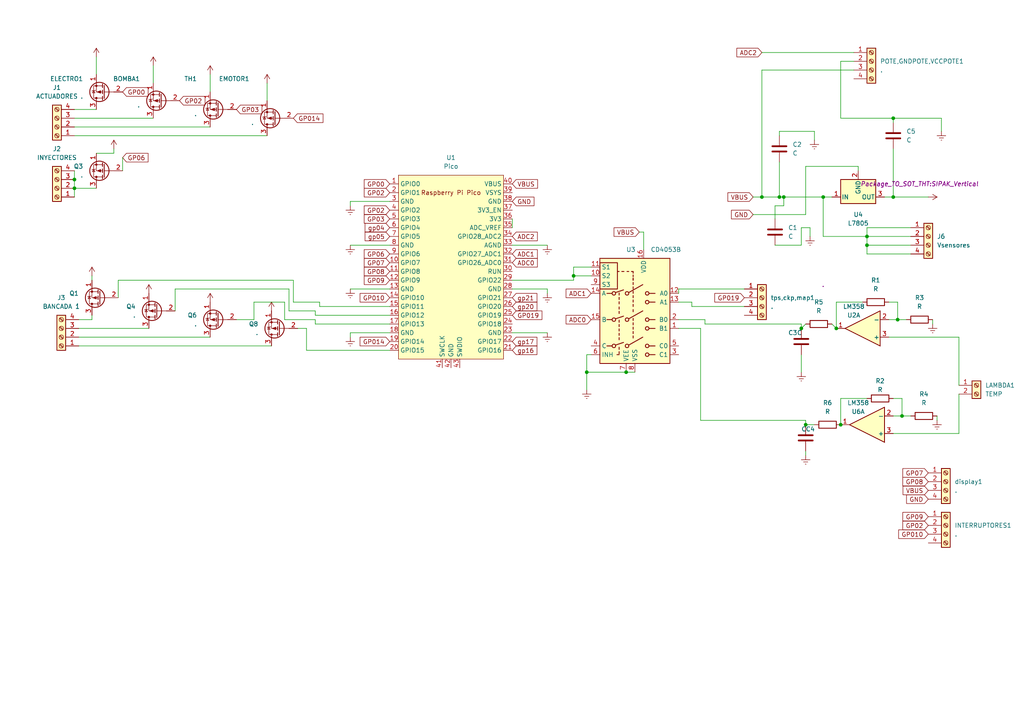
<source format=kicad_sch>
(kicad_sch (version 20211123) (generator eeschema)
  (paper "A4")
  (lib_symbols
    (symbol "Amplifier_Operational:LM358" (pin_names (offset 0.127))
      (property "Reference" "U" (at 0 5.08 0))
      (property "Value" "LM358" (at 0 -5.08 0))
      (symbol "LM358_1_1"
        (polyline (pts (xy -5.08 5.08) (xy 5.08 0) (xy -5.08 -5.08) (xy -5.08 5.08)) (stroke (width 0.254)) (fill (type background)))
        (pin output line (at 7.62 0 180) (length 2.54) (name "~") (number "1"))
        (pin input line (at -7.62 -2.54 0) (length 2.54) (name "-") (number "2"))
        (pin input line (at -7.62 2.54 0) (length 2.54) (name "+") (number "3"))
      )
      (symbol "LM358_2_1"
        (polyline (pts (xy -5.08 5.08) (xy 5.08 0) (xy -5.08 -5.08) (xy -5.08 5.08)) (stroke (width 0.254)) (fill (type background)))
        (pin input line (at -7.62 2.54 0) (length 2.54) (name "+") (number "5"))
        (pin input line (at -7.62 -2.54 0) (length 2.54) (name "-") (number "6"))
        (pin output line (at 7.62 0 180) (length 2.54) (name "~") (number "7"))
      )
      (symbol "LM358_3_1"
        (pin power_in line (at -2.54 -7.62 90) (length 3.81) (name "V-") (number "4"))
        (pin power_in line (at -2.54 7.62 270) (length 3.81) (name "V+") (number "8"))
      )
    )
    (symbol "Analog_Switch:CD4053B"
      (property "Reference" "U" (at -10.16 16.51 0))
      (property "Value" "CD4053B" (at 3.81 16.51 0))
      (symbol "CD4053B_0_1"
        (rectangle (start -10.16 6.35) (end -5.08 13.97) (stroke (width 0.254)))
        (rectangle (start -10.16 15.24) (end 10.16 -15.24) (stroke (width 0.254)) (fill (type background)))
        (circle (center -6.096 -10.16) (radius 0.508) (stroke (width 0.254)))
        (circle (center -6.096 -2.54) (radius 0.508) (stroke (width 0.254)))
        (circle (center -6.096 5.08) (radius 0.508) (stroke (width 0.254)))
        (circle (center -2.286 -10.16) (radius 0.508) (stroke (width 0.254)))
        (circle (center -2.286 -2.54) (radius 0.508) (stroke (width 0.254)))
        (circle (center -2.286 5.08) (radius 0.508) (stroke (width 0.254)))
        (polyline (pts (xy -8.128 -10.16) (xy -6.604 -10.16)) (stroke (width 0.254)))
        (polyline (pts (xy -8.128 -2.54) (xy -6.604 -2.54)) (stroke (width 0.254)))
        (polyline (pts (xy -8.128 5.08) (xy -6.604 5.08)) (stroke (width 0.254)))
        (polyline (pts (xy -5.588 -9.906) (xy -3.302 -9.144)) (stroke (width 0.254)))
        (polyline (pts (xy -5.588 -2.286) (xy -3.302 -1.524)) (stroke (width 0.254)))
        (polyline (pts (xy -5.588 5.334) (xy -3.302 6.096)) (stroke (width 0.254)))
        (polyline (pts (xy -4.572 -12.7) (xy -5.207 -12.7)) (stroke (width 0.254)))
        (polyline (pts (xy -4.572 -12.446) (xy -4.572 -11.811)) (stroke (width 0.254)))
        (polyline (pts (xy -4.572 -11.176) (xy -4.572 -10.541)) (stroke (width 0.254)))
        (polyline (pts (xy -4.572 -8.382) (xy -4.572 -7.747)) (stroke (width 0.254)))
        (polyline (pts (xy -4.572 -7.112) (xy -4.572 -6.477)) (stroke (width 0.254)))
        (polyline (pts (xy -4.572 -5.842) (xy -4.572 -5.207)) (stroke (width 0.254)))
        (polyline (pts (xy -4.572 -4.572) (xy -4.572 -3.937)) (stroke (width 0.254)))
        (polyline (pts (xy -4.572 -3.302) (xy -4.572 -2.667)) (stroke (width 0.254)))
        (polyline (pts (xy -4.572 -0.762) (xy -4.572 -0.127)) (stroke (width 0.254)))
        (polyline (pts (xy -4.572 0.508) (xy -4.572 1.143)) (stroke (width 0.254)))
        (polyline (pts (xy -4.572 2.032) (xy -4.572 2.667)) (stroke (width 0.254)))
        (polyline (pts (xy -4.572 3.302) (xy -4.572 3.937)) (stroke (width 0.254)))
        (polyline (pts (xy -4.572 4.572) (xy -4.572 5.207)) (stroke (width 0.254)))
        (polyline (pts (xy -4.572 11.43) (xy -5.08 11.43)) (stroke (width 0.254)))
        (polyline (pts (xy -3.81 11.43) (xy -3.175 11.43)) (stroke (width 0.254)))
        (polyline (pts (xy -1.778 -9.906) (xy 2.286 -7.62)) (stroke (width 0.254)))
        (polyline (pts (xy -1.778 -2.286) (xy 2.286 0)) (stroke (width 0.254)))
        (polyline (pts (xy -1.778 5.334) (xy 2.286 7.62)) (stroke (width 0.254)))
        (polyline (pts (xy -1.778 11.43) (xy -2.286 11.43)) (stroke (width 0.254)))
        (polyline (pts (xy -0.508 -7.874) (xy -0.508 -7.239)) (stroke (width 0.254)))
        (polyline (pts (xy -0.508 -6.604) (xy -0.508 -5.969)) (stroke (width 0.254)))
        (polyline (pts (xy -0.508 -5.334) (xy -0.508 -4.699)) (stroke (width 0.254)))
        (polyline (pts (xy -0.508 -4.064) (xy -0.508 -3.429)) (stroke (width 0.254)))
        (polyline (pts (xy -0.508 -2.794) (xy -0.508 -2.159)) (stroke (width 0.254)))
        (polyline (pts (xy -0.508 -0.254) (xy -0.508 0.381)) (stroke (width 0.254)))
        (polyline (pts (xy -0.508 1.27) (xy -0.508 1.905)) (stroke (width 0.254)))
        (polyline (pts (xy -0.508 2.54) (xy -0.508 3.175)) (stroke (width 0.254)))
        (polyline (pts (xy -0.508 3.81) (xy -0.508 4.445)) (stroke (width 0.254)))
        (polyline (pts (xy -0.508 5.08) (xy -0.508 5.715)) (stroke (width 0.254)))
        (polyline (pts (xy -0.508 6.35) (xy -0.508 6.985)) (stroke (width 0.254)))
        (polyline (pts (xy -0.508 7.62) (xy -0.508 8.255)) (stroke (width 0.254)))
        (polyline (pts (xy -0.508 8.89) (xy -0.508 9.398)) (stroke (width 0.254)))
        (polyline (pts (xy -0.508 8.89) (xy -0.508 9.525)) (stroke (width 0.254)))
        (polyline (pts (xy -0.508 9.906) (xy -0.508 10.414)) (stroke (width 0.254)))
        (polyline (pts (xy -0.508 10.922) (xy -0.508 11.43)) (stroke (width 0.254)))
        (polyline (pts (xy -0.508 11.43) (xy -1.016 11.43)) (stroke (width 0.254)))
        (polyline (pts (xy 4.064 -12.7) (xy 5.842 -12.7)) (stroke (width 0.254)))
        (polyline (pts (xy 4.064 -10.16) (xy 5.842 -10.16)) (stroke (width 0.254)))
        (polyline (pts (xy 4.064 -5.08) (xy 5.842 -5.08)) (stroke (width 0.254)))
        (polyline (pts (xy 4.064 -2.54) (xy 5.842 -2.54)) (stroke (width 0.254)))
        (polyline (pts (xy 4.064 2.54) (xy 5.842 2.54)) (stroke (width 0.254)))
        (polyline (pts (xy 4.064 5.08) (xy 5.842 5.08)) (stroke (width 0.254)))
        (circle (center 3.556 -12.7) (radius 0.508) (stroke (width 0.254)))
        (circle (center 3.556 -10.16) (radius 0.508) (stroke (width 0.254)))
        (circle (center 3.556 -5.08) (radius 0.508) (stroke (width 0.254)))
        (circle (center 3.556 -2.54) (radius 0.508) (stroke (width 0.254)))
        (circle (center 3.556 2.54) (radius 0.508) (stroke (width 0.254)))
        (circle (center 3.556 5.08) (radius 0.508) (stroke (width 0.254)))
      )
      (symbol "CD4053B_1_1"
        (pin bidirectional line (at 12.7 -5.08 180) (length 2.54) (name "B1") (number "1"))
        (pin input line (at -12.7 10.16 0) (length 2.54) (name "S2") (number "10"))
        (pin input line (at -12.7 12.7 0) (length 2.54) (name "S1") (number "11"))
        (pin bidirectional line (at 12.7 5.08 180) (length 2.54) (name "A0") (number "12"))
        (pin bidirectional line (at 12.7 2.54 180) (length 2.54) (name "A1") (number "13"))
        (pin bidirectional line (at -12.7 5.08 0) (length 2.54) (name "A") (number "14"))
        (pin bidirectional line (at -12.7 -2.54 0) (length 2.54) (name "B") (number "15"))
        (pin power_in line (at 2.54 17.78 270) (length 2.54) (name "VDD") (number "16"))
        (pin bidirectional line (at 12.7 -2.54 180) (length 2.54) (name "B0") (number "2"))
        (pin bidirectional line (at 12.7 -12.7 180) (length 2.54) (name "C1") (number "3"))
        (pin bidirectional line (at -12.7 -10.16 0) (length 2.54) (name "C") (number "4"))
        (pin bidirectional line (at 12.7 -10.16 180) (length 2.54) (name "C0") (number "5"))
        (pin input line (at -12.7 -12.7 0) (length 2.54) (name "INH") (number "6"))
        (pin power_in line (at -2.54 -17.78 90) (length 2.54) (name "VEE") (number "7"))
        (pin power_in line (at 0 -17.78 90) (length 2.54) (name "VSS") (number "8"))
        (pin input line (at -12.7 7.62 0) (length 2.54) (name "S3") (number "9"))
      )
    )
    (symbol "Connector:Screw_Terminal_01x02" (pin_names (offset 1.016) hide)
      (property "Reference" "J" (at 0 2.54 0))
      (property "Value" "Screw_Terminal_01x02" (at 0 -5.08 0))
      (symbol "Screw_Terminal_01x02_1_1"
        (rectangle (start -1.27 1.27) (end 1.27 -3.81) (stroke (width 0.254)) (fill (type background)))
        (circle (center 0 -2.54) (radius 0.635) (stroke (width 0.1524)))
        (polyline (pts (xy -0.5334 -2.2098) (xy 0.3302 -3.048)) (stroke (width 0.1524)))
        (polyline (pts (xy -0.5334 0.3302) (xy 0.3302 -0.508)) (stroke (width 0.1524)))
        (polyline (pts (xy -0.3556 -2.032) (xy 0.508 -2.8702)) (stroke (width 0.1524)))
        (polyline (pts (xy -0.3556 0.508) (xy 0.508 -0.3302)) (stroke (width 0.1524)))
        (circle (center 0 0) (radius 0.635) (stroke (width 0.1524)))
        (pin passive line (at -5.08 0 0) (length 3.81) (name "Pin_1") (number "1"))
        (pin passive line (at -5.08 -2.54 0) (length 3.81) (name "Pin_2") (number "2"))
      )
    )
    (symbol "Connector:Screw_Terminal_01x04" (pin_names (offset 1.016) hide)
      (property "Reference" "J" (at 0 5.08 0))
      (property "Value" "Screw_Terminal_01x04" (at 0 -7.62 0))
      (symbol "Screw_Terminal_01x04_1_1"
        (rectangle (start -1.27 3.81) (end 1.27 -6.35) (stroke (width 0.254)) (fill (type background)))
        (circle (center 0 -5.08) (radius 0.635) (stroke (width 0.1524)))
        (circle (center 0 -2.54) (radius 0.635) (stroke (width 0.1524)))
        (polyline (pts (xy -0.5334 -4.7498) (xy 0.3302 -5.588)) (stroke (width 0.1524)))
        (polyline (pts (xy -0.5334 -2.2098) (xy 0.3302 -3.048)) (stroke (width 0.1524)))
        (polyline (pts (xy -0.5334 0.3302) (xy 0.3302 -0.508)) (stroke (width 0.1524)))
        (polyline (pts (xy -0.5334 2.8702) (xy 0.3302 2.032)) (stroke (width 0.1524)))
        (polyline (pts (xy -0.3556 -4.572) (xy 0.508 -5.4102)) (stroke (width 0.1524)))
        (polyline (pts (xy -0.3556 -2.032) (xy 0.508 -2.8702)) (stroke (width 0.1524)))
        (polyline (pts (xy -0.3556 0.508) (xy 0.508 -0.3302)) (stroke (width 0.1524)))
        (polyline (pts (xy -0.3556 3.048) (xy 0.508 2.2098)) (stroke (width 0.1524)))
        (circle (center 0 0) (radius 0.635) (stroke (width 0.1524)))
        (circle (center 0 2.54) (radius 0.635) (stroke (width 0.1524)))
        (pin passive line (at -5.08 2.54 0) (length 3.81) (name "Pin_1") (number "1"))
        (pin passive line (at -5.08 0 0) (length 3.81) (name "Pin_2") (number "2"))
        (pin passive line (at -5.08 -2.54 0) (length 3.81) (name "Pin_3") (number "3"))
        (pin passive line (at -5.08 -5.08 0) (length 3.81) (name "Pin_4") (number "4"))
      )
    )
    (symbol "Device:C" (pin_numbers hide) (pin_names (offset 0.254))
      (property "Reference" "C" (at 0.635 2.54 0))
      (property "Value" "C" (at 0.635 -2.54 0))
      (symbol "C_0_1"
        (polyline (pts (xy -2.032 -0.762) (xy 2.032 -0.762)) (stroke (width 0.508)))
        (polyline (pts (xy -2.032 0.762) (xy 2.032 0.762)) (stroke (width 0.508)))
      )
      (symbol "C_1_1"
        (pin passive line (at 0 3.81 270) (length 2.794) (name "~") (number "1"))
        (pin passive line (at 0 -3.81 90) (length 2.794) (name "~") (number "2"))
      )
    )
    (symbol "Device:Q_PMOS_SGD" (pin_names (offset 0) hide)
      (property "Reference" "Q" (at 5.08 1.27 0))
      (property "Value" "Q_PMOS_SGD" (at 5.08 -1.27 0))
      (symbol "Q_PMOS_SGD_0_1"
        (polyline (pts (xy 0.254 0) (xy -2.54 0)))
        (polyline (pts (xy 0.254 1.905) (xy 0.254 -1.905)) (stroke (width 0.254)))
        (polyline (pts (xy 0.762 -1.27) (xy 0.762 -2.286)) (stroke (width 0.254)))
        (polyline (pts (xy 0.762 0.508) (xy 0.762 -0.508)) (stroke (width 0.254)))
        (polyline (pts (xy 0.762 2.286) (xy 0.762 1.27)) (stroke (width 0.254)))
        (polyline (pts (xy 2.54 2.54) (xy 2.54 1.778)))
        (polyline (pts (xy 2.54 -2.54) (xy 2.54 0) (xy 0.762 0)))
        (polyline (pts (xy 0.762 1.778) (xy 3.302 1.778) (xy 3.302 -1.778) (xy 0.762 -1.778)))
        (polyline (pts (xy 2.286 0) (xy 1.27 0.381) (xy 1.27 -0.381) (xy 2.286 0)) (fill (type outline)))
        (polyline (pts (xy 2.794 -0.508) (xy 2.921 -0.381) (xy 3.683 -0.381) (xy 3.81 -0.254)))
        (polyline (pts (xy 3.302 -0.381) (xy 2.921 0.254) (xy 3.683 0.254) (xy 3.302 -0.381)))
        (circle (center 1.651 0) (radius 2.794) (stroke (width 0.254)))
        (circle (center 2.54 -1.778) (radius 0.254) (fill (type outline)))
        (circle (center 2.54 1.778) (radius 0.254) (fill (type outline)))
      )
      (symbol "Q_PMOS_SGD_1_1"
        (pin passive line (at 2.54 -5.08 90) (length 2.54) (name "S") (number "1"))
        (pin input line (at -5.08 0 0) (length 2.54) (name "G") (number "2"))
        (pin passive line (at 2.54 5.08 270) (length 2.54) (name "D") (number "3"))
      )
    )
    (symbol "Device:R" (pin_numbers hide) (pin_names (offset 0))
      (property "Reference" "R" (at 2.032 0 90))
      (property "Value" "R" (at 0 0 90))
      (symbol "R_0_1"
        (rectangle (start -1.016 -2.54) (end 1.016 2.54) (stroke (width 0.254)))
      )
      (symbol "R_1_1"
        (pin passive line (at 0 3.81 270) (length 1.27) (name "~") (number "1"))
        (pin passive line (at 0 -3.81 90) (length 1.27) (name "~") (number "2"))
      )
    )
    (symbol "MCU_RaspberryPi_and_Boards:Pico"
      (property "Reference" "U" (at -13.97 27.94 0))
      (property "Value" "Pico" (at 0 19.05 0))
      (symbol "Pico_0_0"
        (text "Raspberry Pi Pico" (at 0 21.59 0) (effects (font (size 1.27 1.27))))
      )
      (symbol "Pico_0_1"
        (rectangle (start -15.24 26.67) (end 15.24 -26.67) (fill (type background)))
      )
      (symbol "Pico_1_1"
        (pin bidirectional line (at -17.78 24.13 0) (length 2.54) (name "GPIO0") (number "1"))
        (pin bidirectional line (at -17.78 1.27 0) (length 2.54) (name "GPIO7") (number "10"))
        (pin bidirectional line (at -17.78 -1.27 0) (length 2.54) (name "GPIO8") (number "11"))
        (pin bidirectional line (at -17.78 -3.81 0) (length 2.54) (name "GPIO9") (number "12"))
        (pin power_in line (at -17.78 -6.35 0) (length 2.54) (name "GND") (number "13"))
        (pin bidirectional line (at -17.78 -8.89 0) (length 2.54) (name "GPIO10") (number "14"))
        (pin bidirectional line (at -17.78 -11.43 0) (length 2.54) (name "GPIO11") (number "15"))
        (pin bidirectional line (at -17.78 -13.97 0) (length 2.54) (name "GPIO12") (number "16"))
        (pin bidirectional line (at -17.78 -16.51 0) (length 2.54) (name "GPIO13") (number "17"))
        (pin power_in line (at -17.78 -19.05 0) (length 2.54) (name "GND") (number "18"))
        (pin bidirectional line (at -17.78 -21.59 0) (length 2.54) (name "GPIO14") (number "19"))
        (pin bidirectional line (at -17.78 21.59 0) (length 2.54) (name "GPIO1") (number "2"))
        (pin bidirectional line (at -17.78 -24.13 0) (length 2.54) (name "GPIO15") (number "20"))
        (pin bidirectional line (at 17.78 -24.13 180) (length 2.54) (name "GPIO16") (number "21"))
        (pin bidirectional line (at 17.78 -21.59 180) (length 2.54) (name "GPIO17") (number "22"))
        (pin power_in line (at 17.78 -19.05 180) (length 2.54) (name "GND") (number "23"))
        (pin bidirectional line (at 17.78 -16.51 180) (length 2.54) (name "GPIO18") (number "24"))
        (pin bidirectional line (at 17.78 -13.97 180) (length 2.54) (name "GPIO19") (number "25"))
        (pin bidirectional line (at 17.78 -11.43 180) (length 2.54) (name "GPIO20") (number "26"))
        (pin bidirectional line (at 17.78 -8.89 180) (length 2.54) (name "GPIO21") (number "27"))
        (pin power_in line (at 17.78 -6.35 180) (length 2.54) (name "GND") (number "28"))
        (pin bidirectional line (at 17.78 -3.81 180) (length 2.54) (name "GPIO22") (number "29"))
        (pin power_in line (at -17.78 19.05 0) (length 2.54) (name "GND") (number "3"))
        (pin input line (at 17.78 -1.27 180) (length 2.54) (name "RUN") (number "30"))
        (pin bidirectional line (at 17.78 1.27 180) (length 2.54) (name "GPIO26_ADC0") (number "31"))
        (pin bidirectional line (at 17.78 3.81 180) (length 2.54) (name "GPIO27_ADC1") (number "32"))
        (pin power_in line (at 17.78 6.35 180) (length 2.54) (name "AGND") (number "33"))
        (pin bidirectional line (at 17.78 8.89 180) (length 2.54) (name "GPIO28_ADC2") (number "34"))
        (pin power_in line (at 17.78 11.43 180) (length 2.54) (name "ADC_VREF") (number "35"))
        (pin power_in line (at 17.78 13.97 180) (length 2.54) (name "3V3") (number "36"))
        (pin input line (at 17.78 16.51 180) (length 2.54) (name "3V3_EN") (number "37"))
        (pin bidirectional line (at 17.78 19.05 180) (length 2.54) (name "GND") (number "38"))
        (pin power_in line (at 17.78 21.59 180) (length 2.54) (name "VSYS") (number "39"))
        (pin bidirectional line (at -17.78 16.51 0) (length 2.54) (name "GPIO2") (number "4"))
        (pin power_in line (at 17.78 24.13 180) (length 2.54) (name "VBUS") (number "40"))
        (pin input line (at -2.54 -29.21 90) (length 2.54) (name "SWCLK") (number "41"))
        (pin power_in line (at 0 -29.21 90) (length 2.54) (name "GND") (number "42"))
        (pin bidirectional line (at 2.54 -29.21 90) (length 2.54) (name "SWDIO") (number "43"))
        (pin bidirectional line (at -17.78 13.97 0) (length 2.54) (name "GPIO3") (number "5"))
        (pin bidirectional line (at -17.78 11.43 0) (length 2.54) (name "GPIO4") (number "6"))
        (pin bidirectional line (at -17.78 8.89 0) (length 2.54) (name "GPIO5") (number "7"))
        (pin power_in line (at -17.78 6.35 0) (length 2.54) (name "GND") (number "8"))
        (pin bidirectional line (at -17.78 3.81 0) (length 2.54) (name "GPIO6") (number "9"))
      )
    )
    (symbol "Regulator_Linear:L7805" (pin_names (offset 0.254))
      (property "Reference" "U" (at -3.81 3.175 0))
      (property "Value" "L7805" (at 0 3.175 0))
      (symbol "L7805_0_1"
        (rectangle (start -5.08 1.905) (end 5.08 -5.08) (stroke (width 0.254)) (fill (type background)))
      )
      (symbol "L7805_1_1"
        (pin power_in line (at -7.62 0 0) (length 2.54) (name "IN") (number "1"))
        (pin power_in line (at 0 -7.62 90) (length 2.54) (name "GND") (number "2"))
        (pin power_out line (at 7.62 0 180) (length 2.54) (name "OUT") (number "3"))
      )
    )
    (symbol "power:+12V" (power) (pin_names (offset 0))
      (property "Value" "+12V" (at 0 3.556 0))
      (symbol "+12V_0_1"
        (polyline (pts (xy -0.762 1.27) (xy 0 2.54)))
        (polyline (pts (xy 0 0) (xy 0 2.54)))
        (polyline (pts (xy 0 2.54) (xy 0.762 1.27)))
      )
      (symbol "+12V_1_1"
        (pin power_in line (at 0 0 90) (length 0) hide (name "+12V") (number "1"))
      )
    )
    (symbol "power:Earth" (power) (pin_names (offset 0))
      (symbol "Earth_0_1"
        (polyline (pts (xy -0.635 -1.905) (xy 0.635 -1.905)))
        (polyline (pts (xy -0.127 -2.54) (xy 0.127 -2.54)))
        (polyline (pts (xy 0 -1.27) (xy 0 0)))
        (polyline (pts (xy 1.27 -1.27) (xy -1.27 -1.27)))
      )
      (symbol "Earth_1_1"
        (pin power_in line (at 0 0 270) (length 0) hide (name "Earth") (number "1"))
      )
    )
  )
  (junction (at 242.57 95.25))
  (junction (at 251.46 71.12))
  (junction (at 21.59 52.07))
  (junction (at 232.41 95.25))
  (junction (at 220.98 57.15))
  (junction (at 259.08 57.15))
  (junction (at 243.84 123.19))
  (junction (at 260.35 92.71))
  (junction (at 21.59 54.61))
  (junction (at 233.68 123.19))
  (junction (at 181.61 107.95))
  (junction (at 251.46 68.58))
  (junction (at 170.18 107.95))
  (junction (at 261.62 120.65))
  (junction (at 226.06 57.15))
  (junction (at 238.76 57.15))
  (junction (at 259.08 34.29))
  (junction (at 227.33 57.15))
  (junction (at 166.37 80.01))
  (wire (pts (xy 21.59 49.53) (xy 21.59 52.07)))
  (wire (pts (xy 251.46 68.58) (xy 238.76 68.58)))
  (wire (pts (xy 113.03 91.44) (xy 91.44 91.44)))
  (wire (pts (xy 259.08 115.57) (xy 261.62 115.57)))
  (wire (pts (xy 259.08 57.15) (xy 269.24 57.15)))
  (wire (pts (xy 101.6 83.82) (xy 113.03 83.82)))
  (wire (pts (xy 101.6 96.52) (xy 101.6 97.79)))
  (wire (pts (xy 148.59 71.12) (xy 158.75 71.12)))
  (wire (pts (xy 21.59 54.61) (xy 21.59 57.15)))
  (wire (pts (xy 33.02 43.18) (xy 33.02 44.45)))
  (wire (pts (xy 226.06 57.15) (xy 227.33 57.15)))
  (wire (pts (xy 226.06 39.37) (xy 226.06 38.1)))
  (wire (pts (xy 186.69 67.31) (xy 185.42 67.31)))
  (wire (pts (xy 260.35 92.71) (xy 262.89 92.71)))
  (wire (pts (xy 91.44 93.98) (xy 91.44 92.71)))
  (wire (pts (xy 148.59 63.5) (xy 148.59 66.04)))
  (wire (pts (xy 233.68 121.92) (xy 233.68 123.19)))
  (wire (pts (xy 148.59 81.28) (xy 166.37 81.28)))
  (wire (pts (xy 22.86 92.71) (xy 26.67 92.71)))
  (wire (pts (xy 113.03 58.42) (xy 101.6 58.42)))
  (wire (pts (xy 166.37 81.28) (xy 166.37 80.01)))
  (wire (pts (xy 35.56 45.72) (xy 35.56 49.53)))
  (wire (pts (xy 86.36 95.25) (xy 88.9 95.25)))
  (wire (pts (xy 260.35 87.63) (xy 260.35 92.71)))
  (wire (pts (xy 242.57 95.25) (xy 242.57 87.63)))
  (wire (pts (xy 220.98 57.15) (xy 226.06 57.15)))
  (wire (pts (xy 271.78 120.65) (xy 271.78 121.92)))
  (wire (pts (xy 68.58 92.71) (xy 73.66 92.71)))
  (wire (pts (xy 21.59 34.29) (xy 44.45 34.29)))
  (wire (pts (xy 227.33 57.15) (xy 238.76 57.15)))
  (wire (pts (xy 27.94 16.51) (xy 27.94 21.59)))
  (wire (pts (xy 22.86 97.79) (xy 60.96 97.79)))
  (wire (pts (xy 83.82 83.82) (xy 50.8 83.82)))
  (wire (pts (xy 257.81 92.71) (xy 260.35 92.71)))
  (wire (pts (xy 259.08 120.65) (xy 261.62 120.65)))
  (wire (pts (xy 204.47 92.71) (xy 196.85 92.71)))
  (wire (pts (xy 238.76 57.15) (xy 238.76 68.58)))
  (wire (pts (xy 34.29 81.28) (xy 34.29 86.36)))
  (wire (pts (xy 278.13 125.73) (xy 278.13 114.3)))
  (wire (pts (xy 261.62 120.65) (xy 264.16 120.65)))
  (wire (pts (xy 241.3 93.98) (xy 242.57 95.25)))
  (wire (pts (xy 92.71 88.9) (xy 92.71 87.63)))
  (wire (pts (xy 21.59 54.61) (xy 27.94 54.61)))
  (wire (pts (xy 50.8 83.82) (xy 50.8 90.17)))
  (wire (pts (xy 166.37 80.01) (xy 171.45 80.01)))
  (wire (pts (xy 26.67 80.01) (xy 26.67 81.28)))
  (wire (pts (xy 247.65 17.78) (xy 243.84 17.78)))
  (wire (pts (xy 232.41 95.25) (xy 233.68 93.98)))
  (wire (pts (xy 22.86 100.33) (xy 78.74 100.33)))
  (wire (pts (xy 158.75 85.09) (xy 158.75 83.82)))
  (wire (pts (xy 243.84 17.78) (xy 243.84 34.29)))
  (wire (pts (xy 170.18 102.87) (xy 170.18 107.95)))
  (wire (pts (xy 113.03 96.52) (xy 101.6 96.52)))
  (wire (pts (xy 85.09 81.28) (xy 34.29 81.28)))
  (wire (pts (xy 243.84 115.57) (xy 251.46 115.57)))
  (wire (pts (xy 171.45 102.87) (xy 170.18 102.87)))
  (wire (pts (xy 113.03 101.6) (xy 88.9 101.6)))
  (wire (pts (xy 256.54 57.15) (xy 259.08 57.15)))
  (wire (pts (xy 259.08 34.29) (xy 273.05 34.29)))
  (wire (pts (xy 273.05 34.29) (xy 273.05 38.1)))
  (wire (pts (xy 233.68 48.26) (xy 248.92 48.26)))
  (wire (pts (xy 85.09 87.63) (xy 92.71 87.63)))
  (wire (pts (xy 259.08 125.73) (xy 278.13 125.73)))
  (wire (pts (xy 226.06 46.99) (xy 226.06 57.15)))
  (wire (pts (xy 170.18 107.95) (xy 170.18 113.03)))
  (wire (pts (xy 73.66 92.71) (xy 73.66 87.63)))
  (wire (pts (xy 215.9 83.82) (xy 196.85 83.82)))
  (wire (pts (xy 261.62 115.57) (xy 261.62 120.65)))
  (wire (pts (xy 234.95 66.04) (xy 234.95 68.58)))
  (wire (pts (xy 257.81 97.79) (xy 278.13 97.79)))
  (wire (pts (xy 264.16 66.04) (xy 251.46 66.04)))
  (wire (pts (xy 259.08 43.18) (xy 259.08 57.15)))
  (wire (pts (xy 22.86 95.25) (xy 43.18 95.25)))
  (wire (pts (xy 251.46 71.12) (xy 251.46 68.58)))
  (wire (pts (xy 247.65 20.32) (xy 220.98 20.32)))
  (wire (pts (xy 148.59 96.52) (xy 158.75 96.52)))
  (wire (pts (xy 251.46 68.58) (xy 264.16 68.58)))
  (wire (pts (xy 113.03 88.9) (xy 92.71 88.9)))
  (wire (pts (xy 60.96 21.59) (xy 60.96 26.67)))
  (wire (pts (xy 196.85 87.63) (xy 200.66 87.63)))
  (wire (pts (xy 233.68 130.81) (xy 233.68 132.08)))
  (wire (pts (xy 204.47 93.98) (xy 232.41 93.98)))
  (wire (pts (xy 233.68 48.26) (xy 233.68 62.23)))
  (wire (pts (xy 26.67 92.71) (xy 26.67 91.44)))
  (wire (pts (xy 82.55 87.63) (xy 82.55 92.71)))
  (wire (pts (xy 236.22 38.1) (xy 236.22 40.64)))
  (wire (pts (xy 257.81 87.63) (xy 260.35 87.63)))
  (wire (pts (xy 251.46 73.66) (xy 251.46 71.12)))
  (wire (pts (xy 203.2 95.25) (xy 196.85 95.25)))
  (wire (pts (xy 220.98 15.24) (xy 247.65 15.24)))
  (wire (pts (xy 196.85 83.82) (xy 196.85 85.09)))
  (wire (pts (xy 264.16 73.66) (xy 251.46 73.66)))
  (wire (pts (xy 224.79 71.12) (xy 232.41 71.12)))
  (wire (pts (xy 224.79 59.69) (xy 227.33 59.69)))
  (wire (pts (xy 200.66 88.9) (xy 215.9 88.9)))
  (wire (pts (xy 113.03 93.98) (xy 91.44 93.98)))
  (wire (pts (xy 85.09 87.63) (xy 85.09 81.28)))
  (wire (pts (xy 21.59 36.83) (xy 60.96 36.83)))
  (wire (pts (xy 204.47 93.98) (xy 204.47 92.71)))
  (wire (pts (xy 44.45 19.05) (xy 44.45 24.13)))
  (wire (pts (xy 232.41 102.87) (xy 232.41 107.95)))
  (wire (pts (xy 73.66 87.63) (xy 82.55 87.63)))
  (wire (pts (xy 227.33 59.69) (xy 227.33 57.15)))
  (wire (pts (xy 226.06 38.1) (xy 236.22 38.1)))
  (wire (pts (xy 243.84 34.29) (xy 259.08 34.29)))
  (wire (pts (xy 200.66 87.63) (xy 200.66 88.9)))
  (wire (pts (xy 232.41 66.04) (xy 234.95 66.04)))
  (wire (pts (xy 243.84 123.19) (xy 243.84 115.57)))
  (wire (pts (xy 278.13 97.79) (xy 278.13 111.76)))
  (wire (pts (xy 166.37 80.01) (xy 166.37 77.47)))
  (wire (pts (xy 203.2 121.92) (xy 203.2 95.25)))
  (wire (pts (xy 242.57 87.63) (xy 250.19 87.63)))
  (wire (pts (xy 238.76 57.15) (xy 241.3 57.15)))
  (wire (pts (xy 33.02 44.45) (xy 27.94 44.45)))
  (wire (pts (xy 101.6 71.12) (xy 113.03 71.12)))
  (wire (pts (xy 21.59 39.37) (xy 77.47 39.37)))
  (wire (pts (xy 233.68 123.19) (xy 236.22 123.19)))
  (wire (pts (xy 270.51 92.71) (xy 270.51 93.98)))
  (wire (pts (xy 83.82 90.17) (xy 91.44 90.17)))
  (wire (pts (xy 232.41 71.12) (xy 232.41 66.04)))
  (wire (pts (xy 220.98 20.32) (xy 220.98 57.15)))
  (wire (pts (xy 166.37 77.47) (xy 171.45 77.47)))
  (wire (pts (xy 184.15 107.95) (xy 181.61 107.95)))
  (wire (pts (xy 218.44 57.15) (xy 220.98 57.15)))
  (wire (pts (xy 186.69 72.39) (xy 186.69 67.31)))
  (wire (pts (xy 148.59 83.82) (xy 158.75 83.82)))
  (wire (pts (xy 251.46 71.12) (xy 264.16 71.12)))
  (wire (pts (xy 101.6 58.42) (xy 101.6 59.69)))
  (wire (pts (xy 83.82 90.17) (xy 83.82 83.82)))
  (wire (pts (xy 232.41 93.98) (xy 232.41 95.25)))
  (wire (pts (xy 91.44 91.44) (xy 91.44 90.17)))
  (wire (pts (xy 224.79 59.69) (xy 224.79 63.5)))
  (wire (pts (xy 82.55 92.71) (xy 91.44 92.71)))
  (wire (pts (xy 21.59 52.07) (xy 21.59 54.61)))
  (wire (pts (xy 203.2 121.92) (xy 233.68 121.92)))
  (wire (pts (xy 77.47 24.13) (xy 77.47 29.21)))
  (wire (pts (xy 233.68 62.23) (xy 218.44 62.23)))
  (wire (pts (xy 181.61 107.95) (xy 170.18 107.95)))
  (wire (pts (xy 259.08 35.56) (xy 259.08 34.29)))
  (wire (pts (xy 248.92 48.26) (xy 248.92 49.53)))
  (wire (pts (xy 21.59 31.75) (xy 27.94 31.75)))
  (wire (pts (xy 251.46 66.04) (xy 251.46 68.58)))
  (wire (pts (xy 88.9 101.6) (xy 88.9 95.25)))
  (global_label "GP02" (shape input) (at 113.03 55.88 180) (property "Intersheet References" "${INTERSHEET_REFS}" (effects hide)))
  (global_label "gp21" (shape input) (at 148.59 86.36 0) (property "Intersheet References" "${INTERSHEET_REFS}" (effects hide)))
  (global_label "ADC2" (shape input) (at 148.59 68.58 0) (property "Intersheet References" "${INTERSHEET_REFS}" (effects hide)))
  (global_label "GP06" (shape input) (at 35.56 45.72 0) (property "Intersheet References" "${INTERSHEET_REFS}" (effects hide)))
  (global_label "GP010" (shape input) (at 269.24 154.94 180) (property "Intersheet References" "${INTERSHEET_REFS}" (effects hide)))
  (global_label "GP08" (shape input) (at 269.24 139.7 180) (property "Intersheet References" "${INTERSHEET_REFS}" (effects hide)))
  (global_label "gp16" (shape input) (at 148.59 101.6 0) (property "Intersheet References" "${INTERSHEET_REFS}" (effects hide)))
  (global_label "GP03" (shape input) (at 68.58 31.75 0) (property "Intersheet References" "${INTERSHEET_REFS}" (effects hide)))
  (global_label "GP010" (shape input) (at 113.03 86.36 180) (property "Intersheet References" "${INTERSHEET_REFS}" (effects hide)))
  (global_label "gp20" (shape input) (at 148.59 88.9 0) (property "Intersheet References" "${INTERSHEET_REFS}" (effects hide)))
  (global_label "GP019" (shape input) (at 148.59 91.44 0) (property "Intersheet References" "${INTERSHEET_REFS}" (effects hide)))
  (global_label "ADC2" (shape input) (at 220.98 15.24 180) (property "Intersheet References" "${INTERSHEET_REFS}" (effects hide)))
  (global_label "GP00" (shape input) (at 113.03 53.34 180) (property "Intersheet References" "${INTERSHEET_REFS}" (effects hide)))
  (global_label "gp17" (shape input) (at 148.59 99.06 0) (property "Intersheet References" "${INTERSHEET_REFS}" (effects hide)))
  (global_label "VBUS" (shape input) (at 148.59 53.34 0) (property "Intersheet References" "${INTERSHEET_REFS}" (effects hide)))
  (global_label "ADC0" (shape input) (at 148.59 76.2 0) (property "Intersheet References" "${INTERSHEET_REFS}" (effects hide)))
  (global_label "GP09" (shape input) (at 269.24 149.86 180) (property "Intersheet References" "${INTERSHEET_REFS}" (effects hide)))
  (global_label "GND" (shape input) (at 269.24 144.78 180) (property "Intersheet References" "${INTERSHEET_REFS}" (effects hide)))
  (global_label "GND" (shape input) (at 218.44 62.23 180) (property "Intersheet References" "${INTERSHEET_REFS}" (effects hide)))
  (global_label "GP02" (shape input) (at 113.03 60.96 180) (property "Intersheet References" "${INTERSHEET_REFS}" (effects hide)))
  (global_label "VBUS" (shape input) (at 185.42 67.31 180) (property "Intersheet References" "${INTERSHEET_REFS}" (effects hide)))
  (global_label "GP014" (shape input) (at 85.09 34.29 0) (property "Intersheet References" "${INTERSHEET_REFS}" (effects hide)))
  (global_label "ADC1" (shape input) (at 171.45 85.09 180) (property "Intersheet References" "${INTERSHEET_REFS}" (effects hide)))
  (global_label "gp05" (shape input) (at 113.03 68.58 180) (property "Intersheet References" "${INTERSHEET_REFS}" (effects hide)))
  (global_label "GP03" (shape input) (at 113.03 63.5 180) (property "Intersheet References" "${INTERSHEET_REFS}" (effects hide)))
  (global_label "VBUS" (shape input) (at 269.24 142.24 180) (property "Intersheet References" "${INTERSHEET_REFS}" (effects hide)))
  (global_label "GP07" (shape input) (at 269.24 137.16 180) (property "Intersheet References" "${INTERSHEET_REFS}" (effects hide)))
  (global_label "GP014" (shape input) (at 113.03 99.06 180) (property "Intersheet References" "${INTERSHEET_REFS}" (effects hide)))
  (global_label "GP00" (shape input) (at 35.56 26.67 0) (property "Intersheet References" "${INTERSHEET_REFS}" (effects hide)))
  (global_label "GP02" (shape input) (at 52.07 29.21 0) (property "Intersheet References" "${INTERSHEET_REFS}" (effects hide)))
  (global_label "GP019" (shape input) (at 215.9 86.36 180) (property "Intersheet References" "${INTERSHEET_REFS}" (effects hide)))
  (global_label "GP02" (shape input) (at 269.24 152.4 180) (property "Intersheet References" "${INTERSHEET_REFS}" (effects hide)))
  (global_label "GP07" (shape input) (at 113.03 76.2 180) (property "Intersheet References" "${INTERSHEET_REFS}" (effects hide)))
  (global_label "gp04" (shape input) (at 113.03 66.04 180) (property "Intersheet References" "${INTERSHEET_REFS}" (effects hide)))
  (global_label "VBUS" (shape input) (at 218.44 57.15 180) (property "Intersheet References" "${INTERSHEET_REFS}" (effects hide)))
  (global_label "ADC0" (shape input) (at 171.45 92.71 180) (property "Intersheet References" "${INTERSHEET_REFS}" (effects hide)))
  (global_label "GP09" (shape input) (at 113.03 81.28 180) (property "Intersheet References" "${INTERSHEET_REFS}" (effects hide)))
  (global_label "GP08" (shape input) (at 113.03 78.74 180) (property "Intersheet References" "${INTERSHEET_REFS}" (effects hide)))
  (global_label "ADC1" (shape input) (at 148.59 73.66 0) (property "Intersheet References" "${INTERSHEET_REFS}" (effects hide)))
  (global_label "GP06" (shape input) (at 113.03 73.66 180) (property "Intersheet References" "${INTERSHEET_REFS}" (effects hide)))
  (global_label "GND" (shape input) (at 148.59 58.42 0) (property "Intersheet References" "${INTERSHEET_REFS}" (effects hide)))
  (symbol (lib_id "Device:R") (at 240.03 123.19 270) (unit 1)
    (property "Reference" "R6" (at 240.03 116.84 90))
    (property "Value" "R" (at 240.03 119.38 90))
    (property "Footprint" "Resistor_SMD:R_0805_2012Metric_Pad1.20x1.40mm_HandSolder" (effects hide))
  )
  (symbol (lib_id "power:Earth") (at 101.6 83.82 0) (unit 1)
    (property "Reference" "#PWR022" (effects hide))
    (property "Value" "Earth" (effects hide))
  )
  (symbol (lib_id "power:+12V") (at 44.45 19.05 0) (unit 1)
    (property "Reference" "#PWR011" (effects hide))
    (property "Value" "+12V" (effects hide))
  )
  (symbol (lib_id "power:Earth") (at 158.75 71.12 0) (mirror y) (unit 1)
    (property "Reference" "#PWR024" (effects hide))
    (property "Value" "Earth" (effects hide))
  )
  (symbol (lib_id "Analog_Switch:CD4053B") (at 184.15 90.17 0) (unit 1)
    (property "Reference" "U3" (at 181.61 72.39 0) (effects (justify left)))
    (property "Value" "CD4053B" (at 188.7094 72.39 0) (effects (justify left)))
    (property "Footprint" "Package_DIP:DIP-16_W7.62mm_SMDSocket_SmallPads" (effects hide))
    (property "Datasheet" "http://www.ti.com/lit/ds/symlink/cd4052b.pdf" (effects hide))
  )
  (symbol (lib_id "Connector:Screw_Terminal_01x04") (at 220.98 86.36 0) (unit 1)
    (property "Reference" "tps,ckp,map1" (at 223.52 86.3599 0) (effects (justify left)))
    (property "Value" "." (at 223.52 88.8999 0) (effects (justify left)))
    (property "Footprint" "TerminalBlock:TerminalBlock_bornier-4_P5.08mm" (effects hide))
  )
  (symbol (lib_id "Amplifier_Operational:LM358") (at 250.19 95.25 180) (unit 1)
    (property "Reference" "U2" (at 247.65 91.44 0))
    (property "Value" "LM358" (at 247.65 88.9 0))
    (property "Footprint" "." (at 238.76 82.55 0))
    (property "Datasheet" "http://www.ti.com/lit/ds/symlink/lm2904-n.pdf" (effects hide))
  )
  (symbol (lib_id "Device:R") (at 267.97 120.65 270) (unit 1)
    (property "Reference" "R4" (at 267.97 114.3 90))
    (property "Value" "R" (at 267.97 116.84 90))
    (property "Footprint" "Resistor_SMD:R_0805_2012Metric_Pad1.20x1.40mm_HandSolder" (effects hide))
  )
  (symbol (lib_id "Device:Q_PMOS_SGD") (at 45.72 90.17 180) (unit 1)
    (property "Reference" "Q4" (at 39.37 88.8999 0) (effects (justify left)))
    (property "Value" "." (at 39.37 91.4399 0) (effects (justify left)))
    (property "Footprint" "Package_TO_SOT_SMD:ATPAK-2" (effects hide))
  )
  (symbol (lib_id "Regulator_Linear:L7805") (at 248.92 57.15 0) (mirror x) (unit 1)
    (property "Reference" "U4" (at 248.92 62.23 0))
    (property "Value" "L7805" (at 248.92 64.77 0))
    (property "Footprint" "Package_TO_SOT_THT:SIPAK_Vertical" (at 249.555 53.34 0) (effects (font italic) (justify left)))
    (property "Datasheet" "http://www.st.com/content/ccc/resource/technical/document/datasheet/41/4f/b3/b0/12/d4/47/88/CD00000444.pdf/files/CD00000444.pdf/jcr:content/translations/en.CD00000444.pdf" (effects hide))
  )
  (symbol (lib_id "Device:R") (at 254 87.63 90) (unit 1)
    (property "Reference" "R1" (at 254 81.28 90))
    (property "Value" "R" (at 254 83.82 90))
    (property "Footprint" "Resistor_SMD:R_0805_2012Metric_Pad1.20x1.40mm_HandSolder" (effects hide))
  )
  (symbol (lib_id "power:Earth") (at 270.51 93.98 0) (unit 1)
    (property "Reference" "#PWR0106" (effects hide))
    (property "Value" "Earth" (effects hide))
  )
  (symbol (lib_id "power:Earth") (at 271.78 121.92 0) (unit 1)
    (property "Reference" "#PWR027" (effects hide))
    (property "Value" "Earth" (effects hide))
  )
  (symbol (lib_id "power:Earth") (at 232.41 107.95 0) (unit 1)
    (property "Reference" "#PWR01" (effects hide))
    (property "Value" "Earth" (effects hide))
  )
  (symbol (lib_id "power:Earth") (at 234.95 68.58 0) (unit 1)
    (property "Reference" "#PWR02" (effects hide))
    (property "Value" "Earth" (effects hide))
  )
  (symbol (lib_id "Connector:Screw_Terminal_01x04") (at 269.24 68.58 0) (unit 1)
    (property "Reference" "J6" (at 271.78 68.5799 0) (effects (justify left)))
    (property "Value" "Vsensores" (at 271.78 71.1199 0) (effects (justify left)))
    (property "Footprint" "TerminalBlock:TerminalBlock_bornier-4_P5.08mm" (effects hide))
  )
  (symbol (lib_id "Connector:Screw_Terminal_01x04") (at 274.32 152.4 0) (unit 1)
    (property "Reference" "INTERRUPTORES1" (at 276.86 152.3999 0) (effects (justify left)))
    (property "Value" "." (at 276.86 154.9399 0) (effects (justify left)))
    (property "Footprint" "TerminalBlock:TerminalBlock_bornier-4_P5.08mm" (effects hide))
  )
  (symbol (lib_id "Device:Q_PMOS_SGD") (at 29.21 86.36 180) (unit 1)
    (property "Reference" "Q1" (at 22.86 85.0899 0) (effects (justify left)))
    (property "Value" "." (at 22.86 87.6299 0) (effects (justify left)))
    (property "Footprint" "Package_TO_SOT_SMD:ATPAK-2" (effects hide))
  )
  (symbol (lib_id "power:Earth") (at 158.75 96.52 0) (unit 1)
    (property "Reference" "#PWR026" (effects hide))
    (property "Value" "Earth" (effects hide))
  )
  (symbol (lib_id "power:+12V") (at 33.02 43.18 0) (unit 1)
    (property "Reference" "#PWR08" (effects hide))
    (property "Value" "+12V" (effects hide))
  )
  (symbol (lib_id "Device:R") (at 255.27 115.57 90) (unit 1)
    (property "Reference" "R2" (at 255.27 110.49 90))
    (property "Value" "R" (at 255.27 113.03 90))
    (property "Footprint" "Resistor_SMD:R_0805_2012Metric_Pad1.20x1.40mm_HandSolder" (effects hide))
  )
  (symbol (lib_id "power:Earth") (at 101.6 71.12 0) (unit 1)
    (property "Reference" "#PWR021" (effects hide))
    (property "Value" "Earth" (effects hide))
  )
  (symbol (lib_id "power:+12V") (at 78.74 90.17 0) (unit 1)
    (property "Reference" "#PWR016" (effects hide))
    (property "Value" "+12V" (effects hide))
  )
  (symbol (lib_id "power:+12V") (at 27.94 16.51 0) (unit 1)
    (property "Reference" "#PWR0104" (effects hide))
    (property "Value" "+12V" (effects hide))
  )
  (symbol (lib_id "Connector:Screw_Terminal_01x04") (at 16.51 36.83 180) (unit 1)
    (property "Reference" "J1" (at 16.51 25.4 0))
    (property "Value" "ACTUADORES" (at 16.51 27.94 0))
    (property "Footprint" "TerminalBlock:TerminalBlock_bornier-4_P5.08mm" (effects hide))
  )
  (symbol (lib_id "Device:Q_PMOS_SGD") (at 63.5 92.71 180) (unit 1)
    (property "Reference" "Q6" (at 57.15 91.4399 0) (effects (justify left)))
    (property "Value" "." (at 57.15 93.9799 0) (effects (justify left)))
    (property "Footprint" "Package_TO_SOT_SMD:ATPAK-2" (effects hide))
  )
  (symbol (lib_id "Connector:Screw_Terminal_01x04") (at 16.51 54.61 180) (unit 1)
    (property "Reference" "J2" (at 16.51 43.18 0))
    (property "Value" "INYECTORES" (at 16.51 45.72 0))
    (property "Footprint" "TerminalBlock:TerminalBlock_bornier-4_P5.08mm" (effects hide))
  )
  (symbol (lib_id "Connector:Screw_Terminal_01x04") (at 252.73 17.78 0) (unit 1)
    (property "Reference" "POTE,GNDPOTE,VCCPOTE1" (at 255.27 17.7799 0) (effects (justify left)))
    (property "Value" "." (at 255.27 20.3199 0) (effects (justify left)))
    (property "Footprint" "TerminalBlock:TerminalBlock_bornier-4_P5.08mm" (effects hide))
  )
  (symbol (lib_id "power:+12V") (at 60.96 87.63 0) (unit 1)
    (property "Reference" "#PWR012" (effects hide))
    (property "Value" "+12V" (effects hide))
  )
  (symbol (lib_id "Device:R") (at 266.7 92.71 270) (unit 1)
    (property "Reference" "R3" (at 266.7 86.36 90))
    (property "Value" "R" (at 266.7 88.9 90))
    (property "Footprint" "Resistor_SMD:R_0805_2012Metric_Pad1.20x1.40mm_HandSolder" (effects hide))
  )
  (symbol (lib_id "Connector:Screw_Terminal_01x02") (at 283.21 111.76 0) (unit 1)
    (property "Reference" "LAMBDA1" (at 285.75 111.7599 0) (effects (justify left)))
    (property "Value" "TEMP" (at 285.75 114.2999 0) (effects (justify left)))
    (property "Footprint" "TerminalBlock:TerminalBlock_bornier-2_P5.08mm" (effects hide))
  )
  (symbol (lib_id "Device:R") (at 237.49 93.98 270) (unit 1)
    (property "Reference" "R5" (at 237.49 87.63 90))
    (property "Value" "R" (at 237.49 90.17 90))
    (property "Footprint" "Resistor_SMD:R_0805_2012Metric_Pad1.20x1.40mm_HandSolder" (effects hide))
  )
  (symbol (lib_id "power:Earth") (at 158.75 85.09 0) (unit 1)
    (property "Reference" "#PWR025" (effects hide))
    (property "Value" "Earth" (effects hide))
  )
  (symbol (lib_id "Device:Q_PMOS_SGD") (at 80.01 34.29 180) (unit 1)
    (property "Reference" "EMOTOR1" (at 72.39 22.86 0) (effects (justify left)))
    (property "Value" "." (at 73.66 35.5599 0) (effects (justify left)))
    (property "Footprint" "Package_TO_SOT_SMD:ATPAK-2" (effects hide))
  )
  (symbol (lib_id "Device:Q_PMOS_SGD") (at 81.28 95.25 180) (unit 1)
    (property "Reference" "Q8" (at 74.93 93.9799 0) (effects (justify left)))
    (property "Value" "." (at 74.93 96.5199 0) (effects (justify left)))
    (property "Footprint" "Package_TO_SOT_SMD:ATPAK-2" (effects hide))
  )
  (symbol (lib_id "Device:C") (at 259.08 39.37 0) (unit 1)
    (property "Reference" "C5" (at 262.89 38.0999 0) (effects (justify left)))
    (property "Value" "C" (at 262.89 40.6399 0) (effects (justify left)))
    (property "Footprint" "Capacitor_SMD:C_0603_1608Metric" (effects hide))
  )
  (symbol (lib_id "Device:Q_PMOS_SGD") (at 30.48 26.67 180) (unit 1)
    (property "Reference" "ELECTRO1" (at 24.13 22.86 0) (effects (justify left)))
    (property "Value" "." (at 24.13 27.9399 0) (effects (justify left)))
    (property "Footprint" "Package_TO_SOT_SMD:ATPAK-2" (effects hide))
  )
  (symbol (lib_id "power:+12V") (at 43.18 85.09 0) (unit 1)
    (property "Reference" "#PWR09" (effects hide))
    (property "Value" "+12V" (effects hide))
  )
  (symbol (lib_id "Device:Q_PMOS_SGD") (at 63.5 31.75 180) (unit 1)
    (property "Reference" "TH1" (at 57.15 22.86 0) (effects (justify left)))
    (property "Value" "." (at 57.15 33.0199 0) (effects (justify left)))
    (property "Footprint" "Package_TO_SOT_SMD:ATPAK-2" (effects hide))
  )
  (symbol (lib_id "Amplifier_Operational:LM358") (at 251.46 123.19 180) (unit 1)
    (property "Reference" "U6" (at 248.92 119.38 0))
    (property "Value" "LM358" (at 248.92 116.84 0))
    (property "Footprint" "Package_DIP:DIP-8_W7.62mm_SMDSocket_SmallPads" (effects hide))
    (property "Datasheet" "http://www.ti.com/lit/ds/symlink/lm2904-n.pdf" (effects hide))
  )
  (symbol (lib_id "Device:Q_PMOS_SGD") (at 46.99 29.21 180) (unit 1)
    (property "Reference" "BOMBA1" (at 40.64 22.86 0) (effects (justify left)))
    (property "Value" "." (at 40.64 30.4799 0) (effects (justify left)))
    (property "Footprint" "Package_TO_SOT_SMD:ATPAK-2" (effects hide))
  )
  (symbol (lib_id "Device:C") (at 226.06 43.18 0) (unit 1)
    (property "Reference" "C2" (at 229.87 41.9099 0) (effects (justify left)))
    (property "Value" "C" (at 229.87 44.4499 0) (effects (justify left)))
    (property "Footprint" "Capacitor_SMD:C_0603_1608Metric" (effects hide))
  )
  (symbol (lib_id "power:+12V") (at 26.67 80.01 0) (unit 1)
    (property "Reference" "#PWR06" (effects hide))
    (property "Value" "+12V" (effects hide))
  )
  (symbol (lib_id "MCU_RaspberryPi_and_Boards:Pico") (at 130.81 77.47 0) (unit 1)
    (property "Reference" "U1" (at 130.81 45.72 0))
    (property "Value" "Pico" (at 130.81 48.26 0))
    (property "Footprint" "MCU_RaspberryPi_and_Boards:RPi_Pico_SMD_TH" (effects hide))
  )
  (symbol (lib_id "power:+12V") (at 77.47 24.13 0) (unit 1)
    (property "Reference" "#PWR015" (effects hide))
    (property "Value" "+12V" (effects hide))
  )
  (symbol (lib_id "power:+12V") (at 269.24 57.15 270) (unit 1)
    (property "Reference" "#PWR0107" (effects hide))
    (property "Value" "+12V" (effects hide))
  )
  (symbol (lib_id "power:Earth") (at 236.22 40.64 0) (unit 1)
    (property "Reference" "#PWR03" (effects hide))
    (property "Value" "Earth" (effects hide))
  )
  (symbol (lib_id "Device:Q_PMOS_SGD") (at 30.48 49.53 180) (unit 1)
    (property "Reference" "Q3" (at 24.13 48.2599 0) (effects (justify left)))
    (property "Value" "." (at 24.13 50.7999 0) (effects (justify left)))
    (property "Footprint" "Package_TO_SOT_SMD:ATPAK-2" (effects hide))
  )
  (symbol (lib_id "power:Earth") (at 273.05 38.1 0) (unit 1)
    (property "Reference" "#PWR05" (effects hide))
    (property "Value" "Earth" (effects hide))
  )
  (symbol (lib_id "power:+12V") (at 60.96 21.59 0) (unit 1)
    (property "Reference" "#PWR014" (effects hide))
    (property "Value" "+12V" (effects hide))
  )
  (symbol (lib_id "Connector:Screw_Terminal_01x04") (at 17.78 97.79 180) (unit 1)
    (property "Reference" "J3" (at 17.78 86.36 0))
    (property "Value" "BANCADA 1" (at 17.78 88.9 0))
    (property "Footprint" "TerminalBlock:TerminalBlock_bornier-4_P5.08mm" (effects hide))
  )
  (symbol (lib_id "Device:C") (at 233.68 127 0) (unit 1)
    (property "Reference" "C4" (at 233.68 124.46 0) (effects (justify left)))
    (property "Value" "C" (at 232.41 124.46 0) (effects (justify left)))
    (property "Footprint" "Capacitor_SMD:C_0603_1608Metric" (effects hide))
  )
  (symbol (lib_id "power:Earth") (at 101.6 59.69 0) (unit 1)
    (property "Reference" "#PWR020" (effects hide))
    (property "Value" "Earth" (effects hide))
  )
  (symbol (lib_id "Connector:Screw_Terminal_01x04") (at 274.32 139.7 0) (unit 1)
    (property "Reference" "display1" (at 276.86 139.6999 0) (effects (justify left)))
    (property "Value" "." (at 276.86 142.2399 0) (effects (justify left)))
    (property "Footprint" "TerminalBlock:TerminalBlock_bornier-4_P5.08mm" (effects hide))
  )
  (symbol (lib_id "Device:C") (at 224.79 67.31 0) (unit 1)
    (property "Reference" "C1" (at 228.6 66.0399 0) (effects (justify left)))
    (property "Value" "C" (at 228.6 68.5799 0) (effects (justify left)))
    (property "Footprint" "Capacitor_SMD:C_0603_1608Metric" (effects hide))
  )
  (symbol (lib_id "power:Earth") (at 170.18 113.03 0) (unit 1)
    (property "Reference" "#PWR0101" (effects hide))
    (property "Value" "Earth" (effects hide))
  )
  (symbol (lib_id "Device:C") (at 232.41 99.06 0) (unit 1)
    (property "Reference" "C3" (at 228.6 96.52 0) (effects (justify left)))
    (property "Value" "C" (at 231.14 96.52 0) (effects (justify left)))
    (property "Footprint" "Capacitor_SMD:C_0603_1608Metric" (effects hide))
  )
  (symbol (lib_id "power:Earth") (at 101.6 97.79 0) (unit 1)
    (property "Reference" "#PWR023" (effects hide))
    (property "Value" "Earth" (effects hide))
  )
  (symbol (lib_id "power:Earth") (at 233.68 132.08 0) (unit 1)
    (property "Reference" "#PWR04" (effects hide))
    (property "Value" "Earth" (effects hide))
  )
)
</source>
